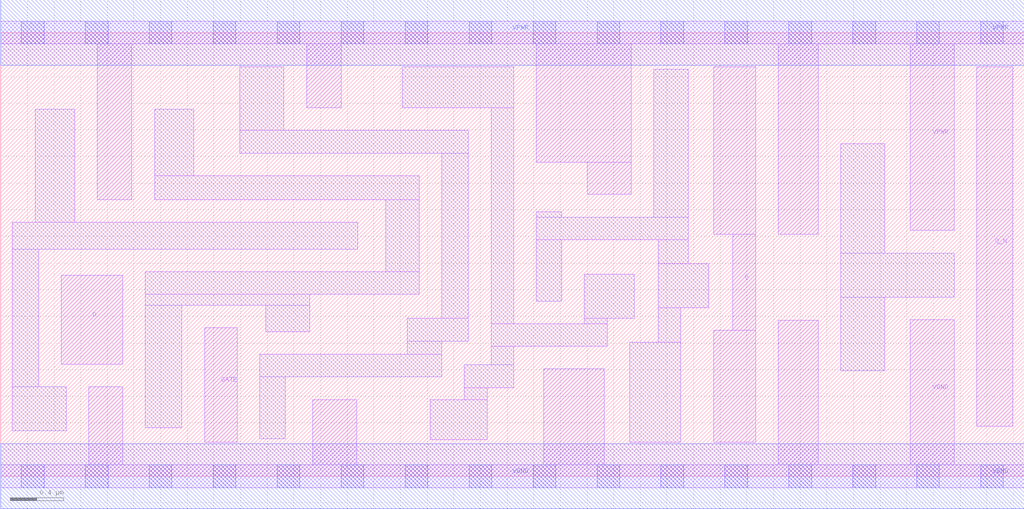
<source format=lef>
# Copyright 2020 The SkyWater PDK Authors
#
# Licensed under the Apache License, Version 2.0 (the "License");
# you may not use this file except in compliance with the License.
# You may obtain a copy of the License at
#
#     https://www.apache.org/licenses/LICENSE-2.0
#
# Unless required by applicable law or agreed to in writing, software
# distributed under the License is distributed on an "AS IS" BASIS,
# WITHOUT WARRANTIES OR CONDITIONS OF ANY KIND, either express or implied.
# See the License for the specific language governing permissions and
# limitations under the License.
#
# SPDX-License-Identifier: Apache-2.0

VERSION 5.7 ;
  NAMESCASESENSITIVE ON ;
  NOWIREEXTENSIONATPIN ON ;
  DIVIDERCHAR "/" ;
  BUSBITCHARS "[]" ;
UNITS
  DATABASE MICRONS 200 ;
END UNITS
MACRO sky130_fd_sc_lp__dlxbp_1
  CLASS CORE ;
  SOURCE USER ;
  FOREIGN sky130_fd_sc_lp__dlxbp_1 ;
  ORIGIN  0.000000  0.000000 ;
  SIZE  7.680000 BY  3.330000 ;
  SYMMETRY X Y R90 ;
  SITE unit ;
  PIN D
    ANTENNAGATEAREA  0.159000 ;
    DIRECTION INPUT ;
    USE SIGNAL ;
    PORT
      LAYER li1 ;
        RECT 0.455000 0.840000 0.915000 1.510000 ;
    END
  END D
  PIN Q
    ANTENNADIFFAREA  0.556500 ;
    DIRECTION OUTPUT ;
    USE SIGNAL ;
    PORT
      LAYER li1 ;
        RECT 5.350000 0.255000 5.665000 1.095000 ;
        RECT 5.350000 1.815000 5.665000 3.075000 ;
        RECT 5.495000 1.095000 5.665000 1.815000 ;
    END
  END Q
  PIN Q_N
    ANTENNADIFFAREA  0.556500 ;
    DIRECTION OUTPUT ;
    USE SIGNAL ;
    PORT
      LAYER li1 ;
        RECT 7.325000 0.375000 7.595000 3.075000 ;
    END
  END Q_N
  PIN GATE
    ANTENNAGATEAREA  0.159000 ;
    DIRECTION INPUT ;
    USE CLOCK ;
    PORT
      LAYER li1 ;
        RECT 1.530000 0.255000 1.775000 1.115000 ;
    END
  END GATE
  PIN VGND
    DIRECTION INOUT ;
    USE GROUND ;
    PORT
      LAYER li1 ;
        RECT 0.000000 -0.085000 7.680000 0.085000 ;
        RECT 0.660000  0.085000 0.915000 0.670000 ;
        RECT 2.340000  0.085000 2.670000 0.575000 ;
        RECT 4.075000  0.085000 4.530000 0.805000 ;
        RECT 5.835000  0.085000 6.135000 1.170000 ;
        RECT 6.825000  0.085000 7.155000 1.175000 ;
      LAYER mcon ;
        RECT 0.155000 -0.085000 0.325000 0.085000 ;
        RECT 0.635000 -0.085000 0.805000 0.085000 ;
        RECT 1.115000 -0.085000 1.285000 0.085000 ;
        RECT 1.595000 -0.085000 1.765000 0.085000 ;
        RECT 2.075000 -0.085000 2.245000 0.085000 ;
        RECT 2.555000 -0.085000 2.725000 0.085000 ;
        RECT 3.035000 -0.085000 3.205000 0.085000 ;
        RECT 3.515000 -0.085000 3.685000 0.085000 ;
        RECT 3.995000 -0.085000 4.165000 0.085000 ;
        RECT 4.475000 -0.085000 4.645000 0.085000 ;
        RECT 4.955000 -0.085000 5.125000 0.085000 ;
        RECT 5.435000 -0.085000 5.605000 0.085000 ;
        RECT 5.915000 -0.085000 6.085000 0.085000 ;
        RECT 6.395000 -0.085000 6.565000 0.085000 ;
        RECT 6.875000 -0.085000 7.045000 0.085000 ;
        RECT 7.355000 -0.085000 7.525000 0.085000 ;
      LAYER met1 ;
        RECT 0.000000 -0.245000 7.680000 0.245000 ;
    END
  END VGND
  PIN VPWR
    DIRECTION INOUT ;
    USE POWER ;
    PORT
      LAYER li1 ;
        RECT 0.000000 3.245000 7.680000 3.415000 ;
        RECT 0.725000 2.075000 0.985000 3.245000 ;
        RECT 2.295000 2.765000 2.555000 3.245000 ;
        RECT 4.020000 2.355000 4.730000 3.245000 ;
        RECT 4.400000 2.115000 4.730000 2.355000 ;
        RECT 5.835000 1.815000 6.135000 3.245000 ;
        RECT 6.825000 1.845000 7.155000 3.245000 ;
      LAYER mcon ;
        RECT 0.155000 3.245000 0.325000 3.415000 ;
        RECT 0.635000 3.245000 0.805000 3.415000 ;
        RECT 1.115000 3.245000 1.285000 3.415000 ;
        RECT 1.595000 3.245000 1.765000 3.415000 ;
        RECT 2.075000 3.245000 2.245000 3.415000 ;
        RECT 2.555000 3.245000 2.725000 3.415000 ;
        RECT 3.035000 3.245000 3.205000 3.415000 ;
        RECT 3.515000 3.245000 3.685000 3.415000 ;
        RECT 3.995000 3.245000 4.165000 3.415000 ;
        RECT 4.475000 3.245000 4.645000 3.415000 ;
        RECT 4.955000 3.245000 5.125000 3.415000 ;
        RECT 5.435000 3.245000 5.605000 3.415000 ;
        RECT 5.915000 3.245000 6.085000 3.415000 ;
        RECT 6.395000 3.245000 6.565000 3.415000 ;
        RECT 6.875000 3.245000 7.045000 3.415000 ;
        RECT 7.355000 3.245000 7.525000 3.415000 ;
      LAYER met1 ;
        RECT 0.000000 3.085000 7.680000 3.575000 ;
    END
  END VPWR
  OBS
    LAYER li1 ;
      RECT 0.085000 0.340000 0.490000 0.670000 ;
      RECT 0.085000 0.670000 0.285000 1.705000 ;
      RECT 0.085000 1.705000 2.680000 1.905000 ;
      RECT 0.260000 1.905000 0.555000 2.755000 ;
      RECT 1.085000 0.365000 1.360000 1.285000 ;
      RECT 1.085000 1.285000 2.320000 1.365000 ;
      RECT 1.085000 1.365000 3.140000 1.535000 ;
      RECT 1.155000 2.075000 3.140000 2.255000 ;
      RECT 1.155000 2.255000 1.450000 2.755000 ;
      RECT 1.795000 2.425000 3.510000 2.595000 ;
      RECT 1.795000 2.595000 2.125000 3.075000 ;
      RECT 1.945000 0.280000 2.135000 0.745000 ;
      RECT 1.945000 0.745000 3.310000 0.915000 ;
      RECT 1.990000 1.085000 2.320000 1.285000 ;
      RECT 2.890000 1.535000 3.140000 2.075000 ;
      RECT 3.015000 2.765000 3.850000 3.075000 ;
      RECT 3.050000 0.915000 3.310000 1.015000 ;
      RECT 3.050000 1.015000 3.510000 1.185000 ;
      RECT 3.225000 0.275000 3.650000 0.575000 ;
      RECT 3.310000 1.185000 3.510000 2.425000 ;
      RECT 3.480000 0.575000 3.650000 0.665000 ;
      RECT 3.480000 0.665000 3.850000 0.835000 ;
      RECT 3.680000 0.835000 3.850000 0.975000 ;
      RECT 3.680000 0.975000 4.550000 1.145000 ;
      RECT 3.680000 1.145000 3.850000 2.765000 ;
      RECT 4.020000 1.315000 4.210000 1.775000 ;
      RECT 4.020000 1.775000 5.160000 1.945000 ;
      RECT 4.020000 1.945000 4.210000 1.985000 ;
      RECT 4.380000 1.145000 4.550000 1.185000 ;
      RECT 4.380000 1.185000 4.755000 1.515000 ;
      RECT 4.720000 0.255000 5.105000 1.005000 ;
      RECT 4.900000 1.945000 5.160000 3.055000 ;
      RECT 4.935000 1.005000 5.105000 1.265000 ;
      RECT 4.935000 1.265000 5.315000 1.595000 ;
      RECT 4.935000 1.595000 5.160000 1.775000 ;
      RECT 6.305000 0.790000 6.635000 1.345000 ;
      RECT 6.305000 1.345000 7.155000 1.675000 ;
      RECT 6.305000 1.675000 6.635000 2.495000 ;
  END
END sky130_fd_sc_lp__dlxbp_1

</source>
